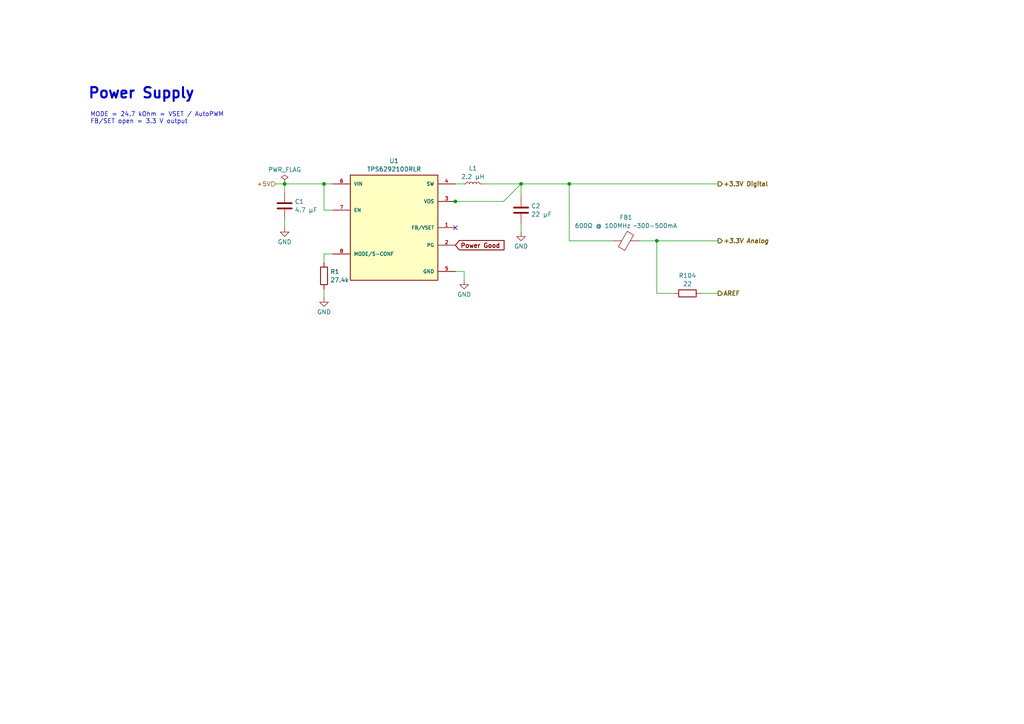
<source format=kicad_sch>
(kicad_sch (version 20250114) (generator "eeschema") (generator_version "9.0")
  (paper "A4")
  (title_block (title "Modular Music Controller – Power Supply") (date "2025-11-02") (rev "1") (company "Dennis Schulmeister-Zimolong"))
  (lib_symbols
    (symbol "Device:C" (pin_numbers (hide yes)) (pin_names (offset 0.254))
      (property "Reference" "C" (at 0.635 2.54 0))
      (property "Value" "C" (at 0.635 -2.54 0))
      (symbol "C_0_1"
        (polyline (pts (xy -2.032 0.762) (xy 2.032 0.762)) (stroke (width 0.508)))
        (polyline (pts (xy -2.032 -0.762) (xy 2.032 -0.762)) (stroke (width 0.508)))
      )
      (symbol "C_1_1"
        (pin passive line (at 0 3.81 270) (length 2.794) (name "~") (number "1"))
        (pin passive line (at 0 -3.81 90) (length 2.794) (name "~") (number "2"))
      )
    )
    (symbol "Device:FerriteBead" (pin_numbers (hide yes)) (pin_names (offset 0))
      (property "Reference" "FB" (at -3.81 0.635 90))
      (property "Value" "FerriteBead" (at 3.81 0 90))
      (symbol "FerriteBead_0_1"
        (polyline (pts (xy -2.7686 0.4064) (xy -1.7018 2.2606) (xy 2.7686 -0.3048) (xy 1.6764 -2.159) (xy -2.7686 0.4064)))
        (polyline (pts (xy 0 1.27) (xy 0 1.2954)))
        (polyline (pts (xy 0 -1.27) (xy 0 -1.2192)))
      )
      (symbol "FerriteBead_1_1"
        (pin passive line (at 0 3.81 270) (length 2.54) (name "~") (number "1"))
        (pin passive line (at 0 -3.81 90) (length 2.54) (name "~") (number "2"))
      )
    )
    (symbol "Device:L_Small" (pin_numbers (hide yes)) (pin_names (offset 0.254) (hide yes))
      (property "Reference" "L" (at 0.762 1.016 0))
      (property "Value" "L_Small" (at 0.762 -1.016 0))
      (symbol "L_Small_0_1"
        (arc (start 0 2.032) (mid 0.5058 1.524) (end 0 1.016))
        (arc (start 0 1.016) (mid 0.5058 0.508) (end 0 0))
        (arc (start 0 0) (mid 0.5058 -0.508) (end 0 -1.016))
        (arc (start 0 -1.016) (mid 0.5058 -1.524) (end 0 -2.032))
      )
      (symbol "L_Small_1_1"
        (pin passive line (at 0 2.54 270) (length 0.508) (name "~") (number "1"))
        (pin passive line (at 0 -2.54 90) (length 0.508) (name "~") (number "2"))
      )
    )
    (symbol "Device:R" (pin_numbers (hide yes)) (pin_names (offset 0))
      (property "Reference" "R" (at 2.032 0 90))
      (property "Value" "R" (at 0 0 90))
      (symbol "R_0_1"
        (rectangle (start -1.016 -2.54) (end 1.016 2.54) (stroke (width 0.254)))
      )
      (symbol "R_1_1"
        (pin passive line (at 0 3.81 270) (length 1.27) (name "~") (number "1"))
        (pin passive line (at 0 -3.81 90) (length 1.27) (name "~") (number "2"))
      )
    )
    (symbol "TPS629210:TPS629210DRLR" (pin_names (offset 1.016))
      (property "Reference" "U" (at -12.7 16.002 0))
      (property "Value" "TPS629210DRLR" (at -12.7 -17.78 0))
      (symbol "TPS629210DRLR_0_0"
        (rectangle (start -12.7 -15.24) (end 12.7 15.24) (stroke (width 0.254)) (fill (type background)))
        (pin input line (at -17.78 12.7 0) (length 5.08) (name "VIN") (number "6"))
        (pin input line (at -17.78 5.08 0) (length 5.08) (name "EN") (number "7"))
        (pin input line (at -17.78 -7.62 0) (length 5.08) (name "MODE/S-CONF") (number "8"))
        (pin passive line (at 17.78 12.7 180) (length 5.08) (name "SW") (number "4"))
        (pin input line (at 17.78 7.62 180) (length 5.08) (name "VOS") (number "3"))
        (pin input line (at 17.78 0 180) (length 5.08) (name "FB/VSET") (number "1"))
        (pin output line (at 17.78 -5.08 180) (length 5.08) (name "PG") (number "2"))
        (pin power_in line (at 17.78 -12.7 180) (length 5.08) (name "GND") (number "5"))
      )
    )
    (symbol "power:GND" (power) (pin_numbers (hide yes)) (pin_names (offset 0) (hide yes))
      (property "Value" "GND" (at 0 -3.81 0))
      (symbol "GND_0_1"
        (polyline (pts (xy 0 0) (xy 0 -1.27) (xy 1.27 -1.27) (xy 0 -2.54) (xy -1.27 -1.27) (xy 0 -1.27)))
      )
      (symbol "GND_1_1"
        (pin power_in line (at 0 0 270) (length 0) (name "~") (number "1"))
      )
    )
    (symbol "power:PWR_FLAG" (power) (pin_numbers (hide yes)) (pin_names (offset 0) (hide yes))
      (property "Value" "PWR_FLAG" (at 0 3.81 0))
      (symbol "PWR_FLAG_0_0"
        (pin power_out line (at 0 0 90) (length 0) (name "~") (number "1"))
      )
      (symbol "PWR_FLAG_0_1"
        (polyline (pts (xy 0 0) (xy 0 1.27) (xy -1.016 1.905) (xy 0 2.54) (xy 1.016 1.905) (xy 0 1.27)))
      )
    )
  )
  (text "Power Supply" (at 25.4 25.4 0) (effects (font (size 3 3) (thickness 0.6) (bold yes)) (justify left top)))
  (text "MODE = 24.7 kOhm = VSET / AutoPWM\nFB/SET open = 3.3 V output" (at 26.162 34.29 0) (effects (font (size 1.27 1.27)) (justify left)))
  (junction (at 151.13 53.34))
  (junction (at 132.08 58.42))
  (junction (at 190.5 69.85))
  (junction (at 82.55 53.34))
  (junction (at 93.98 53.34))
  (junction (at 165.1 53.34))
  (no_connect (at 132.08 66.04))
  (wire (pts (xy 129.54 58.42) (xy 132.08 58.42)))
  (wire (pts (xy 93.98 53.34) (xy 96.52 53.34)))
  (wire (pts (xy 82.55 53.34) (xy 82.55 55.88)))
  (wire (pts (xy 132.08 58.42) (xy 146.05 58.42)))
  (wire (pts (xy 190.5 85.09) (xy 190.5 69.85)))
  (wire (pts (xy 132.08 53.34) (xy 134.62 53.34)))
  (wire (pts (xy 93.98 73.66) (xy 93.98 76.2)))
  (wire (pts (xy 151.13 64.77) (xy 151.13 67.31)))
  (wire (pts (xy 93.98 83.82) (xy 93.98 86.36)))
  (wire (pts (xy 139.7 53.34) (xy 151.13 53.34)))
  (wire (pts (xy 151.13 53.34) (xy 151.13 57.15)))
  (wire (pts (xy 80.01 53.34) (xy 82.55 53.34)))
  (wire (pts (xy 190.5 69.85) (xy 208.28 69.85)))
  (wire (pts (xy 134.62 78.74) (xy 134.62 81.28)))
  (wire (pts (xy 146.05 58.42) (xy 151.13 53.34)))
  (wire (pts (xy 165.1 53.34) (xy 208.28 53.34)))
  (wire (pts (xy 82.55 53.34) (xy 93.98 53.34)))
  (wire (pts (xy 96.52 60.96) (xy 93.98 60.96)))
  (wire (pts (xy 93.98 73.66) (xy 96.52 73.66)))
  (wire (pts (xy 165.1 69.85) (xy 177.8 69.85)))
  (wire (pts (xy 93.98 53.34) (xy 93.98 60.96)))
  (wire (pts (xy 82.55 63.5) (xy 82.55 66.04)))
  (wire (pts (xy 132.08 78.74) (xy 134.62 78.74)))
  (wire (pts (xy 151.13 53.34) (xy 165.1 53.34)))
  (wire (pts (xy 195.58 85.09) (xy 190.5 85.09)))
  (wire (pts (xy 165.1 53.34) (xy 165.1 69.85)))
  (wire (pts (xy 185.42 69.85) (xy 190.5 69.85)))
  (wire (pts (xy 203.2 85.09) (xy 208.28 85.09)))
  (global_label "Power Good" (shape input) (at 132.08 71.12 0) (effects (font (thickness 0.254) (bold yes))) (property "Intersheetrefs" "${INTERSHEET_REFS}" (effects (hide yes))))
  (hierarchical_label "+5V" (shape input) (at 80.01 53.34 180))
  (hierarchical_label "+3.3V Digital" (shape output) (at 208.28 53.34 0) (effects (font (thickness 0.254) (bold yes))))
  (hierarchical_label "AREF" (shape output) (at 208.28 85.09 0) (effects (font (thickness 0.254) (bold yes))))
  (hierarchical_label "+3.3V Analog" (shape output) (at 208.28 69.85 0) (effects (font (thickness 0.254) (bold yes) (italic yes))))
  (symbol (lib_id "power:GND") (at 93.98 86.36 0) (unit 1)
    (property "Reference" "#PWR07" (effects (hide yes)))
    (property "Value" "GND" (at 93.98 90.4931 0))
    (property "Description" "Power symbol creates a global label with name \"GND\" , ground" (effects (hide yes)))
  )
  (symbol (lib_id "power:GND") (at 82.55 66.04 0) (unit 1)
    (property "Reference" "#PWR03" (effects (hide yes)))
    (property "Value" "GND" (at 82.55 70.1731 0))
    (property "Description" "Power symbol creates a global label with name \"GND\" , ground" (effects (hide yes)))
  )
  (symbol (lib_id "Device:FerriteBead") (at 181.61 69.85 90) (unit 1)
    (property "Reference" "FB1" (at 181.5592 63.0639 90))
    (property "Value" "600Ω @ 100MHz ~300-500mA" (at 181.5592 65.4882 90))
    (property "Description" "Ferrite bead" (effects (hide yes)))
  )
  (symbol (lib_id "Device:C") (at 151.13 60.96 0) (unit 1)
    (property "Reference" "C2" (at 154.051 59.7478 0) (effects (justify left)))
    (property "Value" "22 µF" (at 154.051 62.1721 0) (effects (justify left)))
    (property "Description" "Unpolarized capacitor" (effects (hide yes)))
  )
  (symbol (lib_id "Device:C") (at 82.55 59.69 0) (unit 1)
    (property "Reference" "C1" (at 85.471 58.4778 0) (effects (justify left)))
    (property "Value" "4.7 µF" (at 85.471 60.9021 0) (effects (justify left)))
    (property "Description" "Unpolarized capacitor" (effects (hide yes)))
  )
  (symbol (lib_id "power:GND") (at 151.13 67.31 0) (unit 1)
    (property "Reference" "#PWR04" (effects (hide yes)))
    (property "Value" "GND" (at 151.13 71.4431 0))
    (property "Description" "Power symbol creates a global label with name \"GND\" , ground" (effects (hide yes)))
  )
  (symbol (lib_id "power:GND") (at 134.62 81.28 0) (unit 1)
    (property "Reference" "#PWR06" (effects (hide yes)))
    (property "Value" "GND" (at 134.62 85.4131 0))
    (property "Description" "Power symbol creates a global label with name \"GND\" , ground" (effects (hide yes)))
  )
  (symbol (lib_id "power:PWR_FLAG") (at 82.55 53.34 0) (unit 1)
    (property "Reference" "#FLG01" (effects (hide yes)))
    (property "Value" "PWR_FLAG" (at 82.55 49.2069 0))
    (property "Description" "Special symbol for telling ERC where power comes from" (effects (hide yes)))
  )
  (symbol (lib_id "Device:L_Small") (at 137.16 53.34 90) (unit 1)
    (property "Reference" "L1" (at 137.16 48.8167 90))
    (property "Value" "2.2 µH" (at 137.16 51.241 90))
    (property "Description" "Inductor, small symbol" (effects (hide yes)))
  )
  (symbol (lib_id "Device:R") (at 199.39 85.09 90) (unit 1)
    (property "Reference" "R104" (at 199.39 79.9295 90))
    (property "Value" "22" (at 199.39 82.3538 90))
    (property "Description" "Resistor" (effects (hide yes)))
  )
  (symbol (lib_id "Device:R") (at 93.98 80.01 0) (unit 1)
    (property "Reference" "R1" (at 95.758 78.7978 0) (effects (justify left)))
    (property "Value" "27.4k" (at 95.758 81.2221 0) (effects (justify left)))
    (property "Description" "Resistor" (effects (hide yes)))
  )
  (symbol (lib_id "TPS629210:TPS629210DRLR") (at 114.3 66.04 0) (unit 1)
    (property "Reference" "U1" (at 114.3 46.6555 0))
    (property "Value" "TPS629210DRLR" (at 114.3 49.0798 0))
    (property "Footprint" "TPS629210DRLR:SOT50P160X60-8N" (effects (hide yes)))
    (property "MF" "Texas Instruments" (effects (hide yes)))
    (property "MAXIMUM_PACKAGE_HEIGHT" "0.6 mm" (effects (hide yes)))
    (property "Package" "SOT-583 Texas Instruments" (effects (hide yes)))
    (property "Price" "None" (effects (hide yes)))
    (property "Check_prices" "https://www.snapeda.com/parts/TPS629210DRLR/Texas+Instruments/view-part/?ref=eda" (effects (hide yes)))
    (property "STANDARD" "IPC-7351B" (effects (hide yes)))
    (property "PARTREV" "B" (effects (hide yes)))
    (property "SnapEDA_Link" "https://www.snapeda.com/parts/TPS629210DRLR/Texas+Instruments/view-part/?ref=snap" (effects (hide yes)))
    (property "MP" "TPS629210DRLR" (effects (hide yes)))
    (property "Description_1" "3-V to 17-V, 1-A, high-efficiency, low-IQ, synchronous buck converter in SOT-583 package" (effects (hide yes)))
    (property "Availability" "In Stock" (effects (hide yes)))
    (property "MANUFACTURER" "Texas Instruments" (effects (hide yes)))
  )
)
</source>
